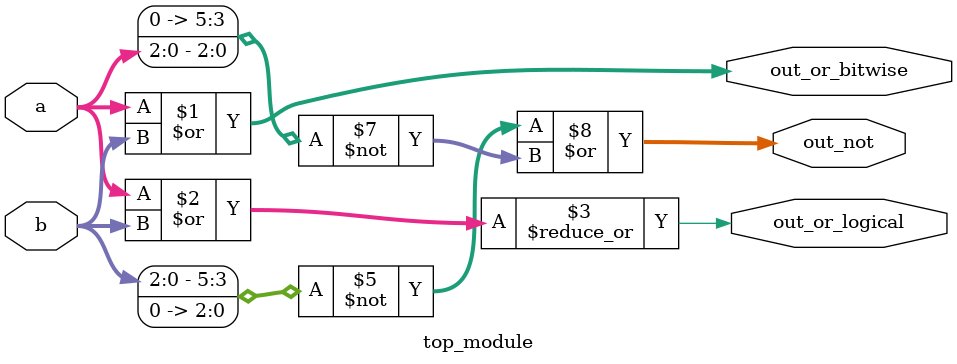
<source format=sv>
module top_module(
	input [2:0] a, 
	input [2:0] b, 
	output [2:0] out_or_bitwise,
	output out_or_logical,
	output [5:0] out_not
);
	assign out_or_bitwise = a | b;
	assign out_or_logical = |(a | b);
	assign out_not = ~(b << 3) | ~(a << 0);
endmodule

</source>
